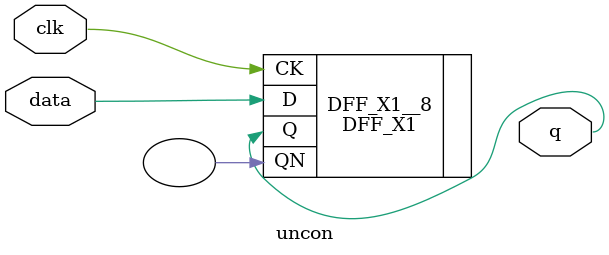
<source format=sv>
module uncon(
    output logic  q  /*  BIT */ ,
    input logic  data  /*  BIT */ ,
    input logic  clk  /*  BIT */ );

DFF_X1 DFF_X1__8(
    .CK(clk),
    .D(data),
    .QN(),
    .Q(q));
   
endmodule

</source>
